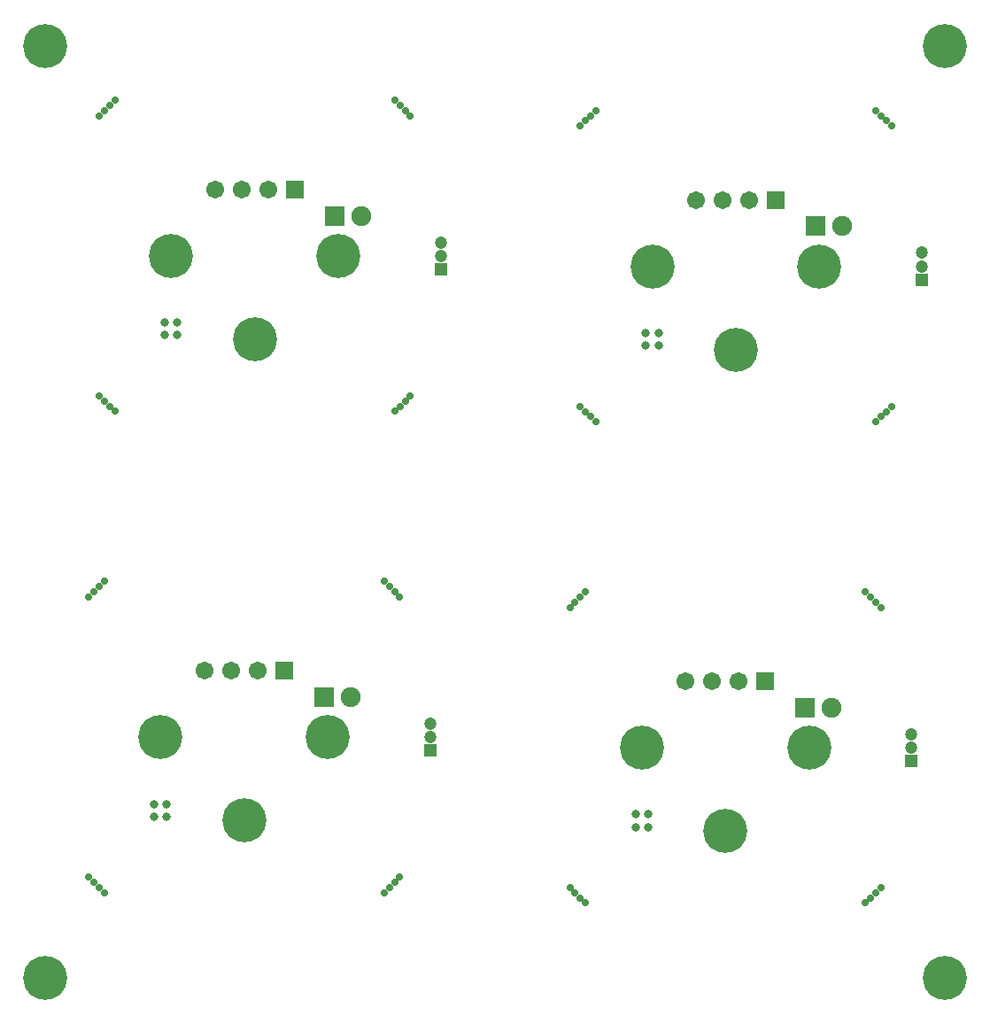
<source format=gbs>
G04*
G04 #@! TF.GenerationSoftware,Altium Limited,Altium Designer,22.4.2 (48)*
G04*
G04 Layer_Color=16711935*
%FSLAX25Y25*%
%MOIN*%
G70*
G04*
G04 #@! TF.SameCoordinates,26249B9F-D8ED-40E7-B964-7C6F937C0492*
G04*
G04*
G04 #@! TF.FilePolarity,Negative*
G04*
G01*
G75*
%ADD29C,0.16548*%
%ADD30C,0.02769*%
%ADD31R,0.04737X0.04737*%
%ADD32C,0.04737*%
%ADD33C,0.07493*%
%ADD34R,0.07493X0.07493*%
%ADD35C,0.06706*%
%ADD36R,0.06706X0.06706*%
%ADD37C,0.03162*%
D29*
X3937Y7874D02*
D03*
X342520Y7874D02*
D03*
X342520Y358268D02*
D03*
X3937Y358268D02*
D03*
X263779Y244094D02*
D03*
X295276Y275590D02*
D03*
X232283D02*
D03*
X82677Y248031D02*
D03*
X114173Y279528D02*
D03*
X51181D02*
D03*
X259842Y62992D02*
D03*
X291339Y94488D02*
D03*
X228346D02*
D03*
X78740Y66929D02*
D03*
X110236Y98425D02*
D03*
X47244D02*
D03*
D30*
X322295Y328278D02*
D03*
X320421Y330288D02*
D03*
X318477Y332231D02*
D03*
X316467Y334106D02*
D03*
X205264Y328278D02*
D03*
X207139Y330288D02*
D03*
X209082Y332231D02*
D03*
X211092Y334106D02*
D03*
Y217075D02*
D03*
X209082Y218950D02*
D03*
X207139Y220893D02*
D03*
X205264Y222903D02*
D03*
X322295D02*
D03*
X320421Y220893D02*
D03*
X318477Y218950D02*
D03*
X316467Y217075D02*
D03*
X141192Y332215D02*
D03*
X139318Y334225D02*
D03*
X137375Y336169D02*
D03*
X135365Y338043D02*
D03*
X24162Y332215D02*
D03*
X26036Y334225D02*
D03*
X27980Y336169D02*
D03*
X29990Y338043D02*
D03*
Y221012D02*
D03*
X27980Y222887D02*
D03*
X26036Y224830D02*
D03*
X24162Y226840D02*
D03*
X141192D02*
D03*
X139318Y224830D02*
D03*
X137375Y222887D02*
D03*
X135365Y221012D02*
D03*
X318358Y147176D02*
D03*
X316483Y149186D02*
D03*
X314540Y151129D02*
D03*
X312530Y153004D02*
D03*
X201327Y147176D02*
D03*
X203202Y149186D02*
D03*
X205145Y151129D02*
D03*
X207155Y153004D02*
D03*
Y35973D02*
D03*
X205145Y37847D02*
D03*
X203202Y39791D02*
D03*
X201327Y41801D02*
D03*
X318358D02*
D03*
X316483Y39791D02*
D03*
X314540Y37847D02*
D03*
X312530Y35973D02*
D03*
X131428Y39910D02*
D03*
X133438Y41784D02*
D03*
X135381Y43728D02*
D03*
X137256Y45738D02*
D03*
X20225D02*
D03*
X22099Y43728D02*
D03*
X24043Y41784D02*
D03*
X26053Y39910D02*
D03*
Y156941D02*
D03*
X24043Y155066D02*
D03*
X22099Y153123D02*
D03*
X20225Y151113D02*
D03*
X131428Y156941D02*
D03*
X133438Y155066D02*
D03*
X135381Y153123D02*
D03*
X137256Y151113D02*
D03*
D31*
X333780Y270590D02*
D03*
X152677Y274528D02*
D03*
X329842Y89488D02*
D03*
X148740Y93425D02*
D03*
D32*
X333780Y275590D02*
D03*
Y280591D02*
D03*
X152677Y279528D02*
D03*
Y284528D02*
D03*
X329842Y94488D02*
D03*
Y99488D02*
D03*
X148740Y98425D02*
D03*
Y103425D02*
D03*
D33*
X303780Y290591D02*
D03*
X122677Y294528D02*
D03*
X299843Y109488D02*
D03*
X118740Y113425D02*
D03*
D34*
X293779Y290591D02*
D03*
X112677Y294528D02*
D03*
X289843Y109488D02*
D03*
X108740Y113425D02*
D03*
D35*
X248780Y300590D02*
D03*
X258780D02*
D03*
X268779D02*
D03*
X67677Y304528D02*
D03*
X77677D02*
D03*
X87677D02*
D03*
X244843Y119488D02*
D03*
X254842D02*
D03*
X264843D02*
D03*
X63740Y123425D02*
D03*
X73740D02*
D03*
X83740D02*
D03*
D36*
X278780Y300590D02*
D03*
X97677Y304528D02*
D03*
X274843Y119488D02*
D03*
X93740Y123425D02*
D03*
D37*
X234646Y250394D02*
D03*
X229921D02*
D03*
Y245669D02*
D03*
X234646D02*
D03*
X53543Y254331D02*
D03*
X48819D02*
D03*
Y249606D02*
D03*
X53543D02*
D03*
X230709Y69291D02*
D03*
X225984D02*
D03*
Y64567D02*
D03*
X230709D02*
D03*
X49606Y73228D02*
D03*
X44882D02*
D03*
Y68504D02*
D03*
X49606D02*
D03*
M02*

</source>
